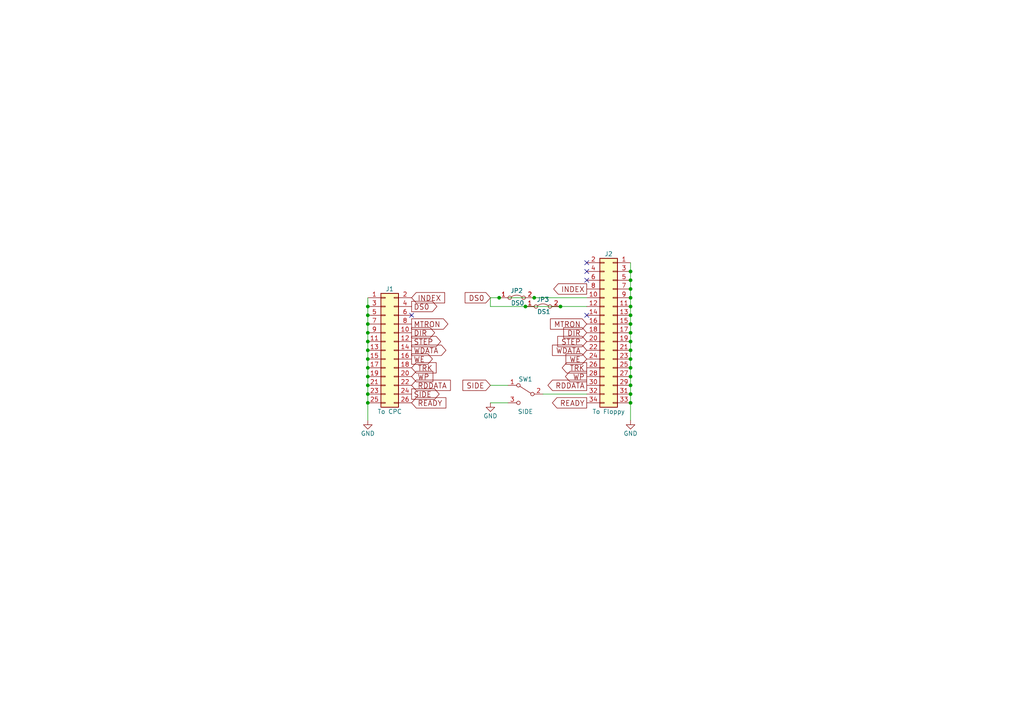
<source format=kicad_sch>
(kicad_sch (version 20211123) (generator eeschema)
  (paper "A4")
  (title_block (title "CPC2Gotek") (date "2018-04-10") (rev "0.2") (company "FLACO 2018, licence of this schematic is CC-BY-NC-SA") (comment 1 "Connect a 34 pin floppy drive to a 26 pin Amstrad CPC internal connector"))
  (lib_symbols
    (symbol "CPC2Gotek-rescue:GND" (power) (pin_names (offset 0))
      (property "Value" "GND" (at 0 -3.81 0))
      (symbol "GND_0_1"
        (polyline (pts (xy 0 0) (xy 0 -1.27) (xy 1.27 -1.27) (xy 0 -2.54) (xy -1.27 -1.27) (xy 0 -1.27)))
      )
      (symbol "GND_1_1"
        (pin power_in line (at 0 0 270) (length 0) hide (name "GND") (number "1"))
      )
    )
    (symbol "Connector_Generic:Conn_02x13_Odd_Even" (pin_names (offset 1.016) hide)
      (property "Reference" "J" (at 1.27 17.78 0))
      (property "Value" "Conn_02x13_Odd_Even" (at 1.27 -17.78 0))
      (symbol "Conn_02x13_Odd_Even_1_1"
        (rectangle (start -1.27 -15.113) (end 0 -15.367) (stroke (width 0.1524)))
        (rectangle (start -1.27 -12.573) (end 0 -12.827) (stroke (width 0.1524)))
        (rectangle (start -1.27 -10.033) (end 0 -10.287) (stroke (width 0.1524)))
        (rectangle (start -1.27 -7.493) (end 0 -7.747) (stroke (width 0.1524)))
        (rectangle (start -1.27 -4.953) (end 0 -5.207) (stroke (width 0.1524)))
        (rectangle (start -1.27 -2.413) (end 0 -2.667) (stroke (width 0.1524)))
        (rectangle (start -1.27 0.127) (end 0 -0.127) (stroke (width 0.1524)))
        (rectangle (start -1.27 2.667) (end 0 2.413) (stroke (width 0.1524)))
        (rectangle (start -1.27 5.207) (end 0 4.953) (stroke (width 0.1524)))
        (rectangle (start -1.27 7.747) (end 0 7.493) (stroke (width 0.1524)))
        (rectangle (start -1.27 10.287) (end 0 10.033) (stroke (width 0.1524)))
        (rectangle (start -1.27 12.827) (end 0 12.573) (stroke (width 0.1524)))
        (rectangle (start -1.27 15.367) (end 0 15.113) (stroke (width 0.1524)))
        (rectangle (start -1.27 16.51) (end 3.81 -16.51) (stroke (width 0.254)) (fill (type background)))
        (rectangle (start 3.81 -15.113) (end 2.54 -15.367) (stroke (width 0.1524)))
        (rectangle (start 3.81 -12.573) (end 2.54 -12.827) (stroke (width 0.1524)))
        (rectangle (start 3.81 -10.033) (end 2.54 -10.287) (stroke (width 0.1524)))
        (rectangle (start 3.81 -7.493) (end 2.54 -7.747) (stroke (width 0.1524)))
        (rectangle (start 3.81 -4.953) (end 2.54 -5.207) (stroke (width 0.1524)))
        (rectangle (start 3.81 -2.413) (end 2.54 -2.667) (stroke (width 0.1524)))
        (rectangle (start 3.81 0.127) (end 2.54 -0.127) (stroke (width 0.1524)))
        (rectangle (start 3.81 2.667) (end 2.54 2.413) (stroke (width 0.1524)))
        (rectangle (start 3.81 5.207) (end 2.54 4.953) (stroke (width 0.1524)))
        (rectangle (start 3.81 7.747) (end 2.54 7.493) (stroke (width 0.1524)))
        (rectangle (start 3.81 10.287) (end 2.54 10.033) (stroke (width 0.1524)))
        (rectangle (start 3.81 12.827) (end 2.54 12.573) (stroke (width 0.1524)))
        (rectangle (start 3.81 15.367) (end 2.54 15.113) (stroke (width 0.1524)))
        (pin passive line (at -5.08 15.24 0) (length 3.81) (name "Pin_1") (number "1"))
        (pin passive line (at 7.62 5.08 180) (length 3.81) (name "Pin_10") (number "10"))
        (pin passive line (at -5.08 2.54 0) (length 3.81) (name "Pin_11") (number "11"))
        (pin passive line (at 7.62 2.54 180) (length 3.81) (name "Pin_12") (number "12"))
        (pin passive line (at -5.08 0 0) (length 3.81) (name "Pin_13") (number "13"))
        (pin passive line (at 7.62 0 180) (length 3.81) (name "Pin_14") (number "14"))
        (pin passive line (at -5.08 -2.54 0) (length 3.81) (name "Pin_15") (number "15"))
        (pin passive line (at 7.62 -2.54 180) (length 3.81) (name "Pin_16") (number "16"))
        (pin passive line (at -5.08 -5.08 0) (length 3.81) (name "Pin_17") (number "17"))
        (pin passive line (at 7.62 -5.08 180) (length 3.81) (name "Pin_18") (number "18"))
        (pin passive line (at -5.08 -7.62 0) (length 3.81) (name "Pin_19") (number "19"))
        (pin passive line (at 7.62 15.24 180) (length 3.81) (name "Pin_2") (number "2"))
        (pin passive line (at 7.62 -7.62 180) (length 3.81) (name "Pin_20") (number "20"))
        (pin passive line (at -5.08 -10.16 0) (length 3.81) (name "Pin_21") (number "21"))
        (pin passive line (at 7.62 -10.16 180) (length 3.81) (name "Pin_22") (number "22"))
        (pin passive line (at -5.08 -12.7 0) (length 3.81) (name "Pin_23") (number "23"))
        (pin passive line (at 7.62 -12.7 180) (length 3.81) (name "Pin_24") (number "24"))
        (pin passive line (at -5.08 -15.24 0) (length 3.81) (name "Pin_25") (number "25"))
        (pin passive line (at 7.62 -15.24 180) (length 3.81) (name "Pin_26") (number "26"))
        (pin passive line (at -5.08 12.7 0) (length 3.81) (name "Pin_3") (number "3"))
        (pin passive line (at 7.62 12.7 180) (length 3.81) (name "Pin_4") (number "4"))
        (pin passive line (at -5.08 10.16 0) (length 3.81) (name "Pin_5") (number "5"))
        (pin passive line (at 7.62 10.16 180) (length 3.81) (name "Pin_6") (number "6"))
        (pin passive line (at -5.08 7.62 0) (length 3.81) (name "Pin_7") (number "7"))
        (pin passive line (at 7.62 7.62 180) (length 3.81) (name "Pin_8") (number "8"))
        (pin passive line (at -5.08 5.08 0) (length 3.81) (name "Pin_9") (number "9"))
      )
    )
    (symbol "Connector_Generic:Conn_02x17_Odd_Even" (pin_names (offset 1.016) hide)
      (property "Reference" "J" (at 1.27 22.86 0))
      (property "Value" "Conn_02x17_Odd_Even" (at 1.27 -22.86 0))
      (symbol "Conn_02x17_Odd_Even_1_1"
        (rectangle (start -1.27 -20.193) (end 0 -20.447) (stroke (width 0.1524)))
        (rectangle (start -1.27 -17.653) (end 0 -17.907) (stroke (width 0.1524)))
        (rectangle (start -1.27 -15.113) (end 0 -15.367) (stroke (width 0.1524)))
        (rectangle (start -1.27 -12.573) (end 0 -12.827) (stroke (width 0.1524)))
        (rectangle (start -1.27 -10.033) (end 0 -10.287) (stroke (width 0.1524)))
        (rectangle (start -1.27 -7.493) (end 0 -7.747) (stroke (width 0.1524)))
        (rectangle (start -1.27 -4.953) (end 0 -5.207) (stroke (width 0.1524)))
        (rectangle (start -1.27 -2.413) (end 0 -2.667) (stroke (width 0.1524)))
        (rectangle (start -1.27 0.127) (end 0 -0.127) (stroke (width 0.1524)))
        (rectangle (start -1.27 2.667) (end 0 2.413) (stroke (width 0.1524)))
        (rectangle (start -1.27 5.207) (end 0 4.953) (stroke (width 0.1524)))
        (rectangle (start -1.27 7.747) (end 0 7.493) (stroke (width 0.1524)))
        (rectangle (start -1.27 10.287) (end 0 10.033) (stroke (width 0.1524)))
        (rectangle (start -1.27 12.827) (end 0 12.573) (stroke (width 0.1524)))
        (rectangle (start -1.27 15.367) (end 0 15.113) (stroke (width 0.1524)))
        (rectangle (start -1.27 17.907) (end 0 17.653) (stroke (width 0.1524)))
        (rectangle (start -1.27 20.447) (end 0 20.193) (stroke (width 0.1524)))
        (rectangle (start -1.27 21.59) (end 3.81 -21.59) (stroke (width 0.254)) (fill (type background)))
        (rectangle (start 3.81 -20.193) (end 2.54 -20.447) (stroke (width 0.1524)))
        (rectangle (start 3.81 -17.653) (end 2.54 -17.907) (stroke (width 0.1524)))
        (rectangle (start 3.81 -15.113) (end 2.54 -15.367) (stroke (width 0.1524)))
        (rectangle (start 3.81 -12.573) (end 2.54 -12.827) (stroke (width 0.1524)))
        (rectangle (start 3.81 -10.033) (end 2.54 -10.287) (stroke (width 0.1524)))
        (rectangle (start 3.81 -7.493) (end 2.54 -7.747) (stroke (width 0.1524)))
        (rectangle (start 3.81 -4.953) (end 2.54 -5.207) (stroke (width 0.1524)))
        (rectangle (start 3.81 -2.413) (end 2.54 -2.667) (stroke (width 0.1524)))
        (rectangle (start 3.81 0.127) (end 2.54 -0.127) (stroke (width 0.1524)))
        (rectangle (start 3.81 2.667) (end 2.54 2.413) (stroke (width 0.1524)))
        (rectangle (start 3.81 5.207) (end 2.54 4.953) (stroke (width 0.1524)))
        (rectangle (start 3.81 7.747) (end 2.54 7.493) (stroke (width 0.1524)))
        (rectangle (start 3.81 10.287) (end 2.54 10.033) (stroke (width 0.1524)))
        (rectangle (start 3.81 12.827) (end 2.54 12.573) (stroke (width 0.1524)))
        (rectangle (start 3.81 15.367) (end 2.54 15.113) (stroke (width 0.1524)))
        (rectangle (start 3.81 17.907) (end 2.54 17.653) (stroke (width 0.1524)))
        (rectangle (start 3.81 20.447) (end 2.54 20.193) (stroke (width 0.1524)))
        (pin passive line (at -5.08 20.32 0) (length 3.81) (name "Pin_1") (number "1"))
        (pin passive line (at 7.62 10.16 180) (length 3.81) (name "Pin_10") (number "10"))
        (pin passive line (at -5.08 7.62 0) (length 3.81) (name "Pin_11") (number "11"))
        (pin passive line (at 7.62 7.62 180) (length 3.81) (name "Pin_12") (number "12"))
        (pin passive line (at -5.08 5.08 0) (length 3.81) (name "Pin_13") (number "13"))
        (pin passive line (at 7.62 5.08 180) (length 3.81) (name "Pin_14") (number "14"))
        (pin passive line (at -5.08 2.54 0) (length 3.81) (name "Pin_15") (number "15"))
        (pin passive line (at 7.62 2.54 180) (length 3.81) (name "Pin_16") (number "16"))
        (pin passive line (at -5.08 0 0) (length 3.81) (name "Pin_17") (number "17"))
        (pin passive line (at 7.62 0 180) (length 3.81) (name "Pin_18") (number "18"))
        (pin passive line (at -5.08 -2.54 0) (length 3.81) (name "Pin_19") (number "19"))
        (pin passive line (at 7.62 20.32 180) (length 3.81) (name "Pin_2") (number "2"))
        (pin passive line (at 7.62 -2.54 180) (length 3.81) (name "Pin_20") (number "20"))
        (pin passive line (at -5.08 -5.08 0) (length 3.81) (name "Pin_21") (number "21"))
        (pin passive line (at 7.62 -5.08 180) (length 3.81) (name "Pin_22") (number "22"))
        (pin passive line (at -5.08 -7.62 0) (length 3.81) (name "Pin_23") (number "23"))
        (pin passive line (at 7.62 -7.62 180) (length 3.81) (name "Pin_24") (number "24"))
        (pin passive line (at -5.08 -10.16 0) (length 3.81) (name "Pin_25") (number "25"))
        (pin passive line (at 7.62 -10.16 180) (length 3.81) (name "Pin_26") (number "26"))
        (pin passive line (at -5.08 -12.7 0) (length 3.81) (name "Pin_27") (number "27"))
        (pin passive line (at 7.62 -12.7 180) (length 3.81) (name "Pin_28") (number "28"))
        (pin passive line (at -5.08 -15.24 0) (length 3.81) (name "Pin_29") (number "29"))
        (pin passive line (at -5.08 17.78 0) (length 3.81) (name "Pin_3") (number "3"))
        (pin passive line (at 7.62 -15.24 180) (length 3.81) (name "Pin_30") (number "30"))
        (pin passive line (at -5.08 -17.78 0) (length 3.81) (name "Pin_31") (number "31"))
        (pin passive line (at 7.62 -17.78 180) (length 3.81) (name "Pin_32") (number "32"))
        (pin passive line (at -5.08 -20.32 0) (length 3.81) (name "Pin_33") (number "33"))
        (pin passive line (at 7.62 -20.32 180) (length 3.81) (name "Pin_34") (number "34"))
        (pin passive line (at 7.62 17.78 180) (length 3.81) (name "Pin_4") (number "4"))
        (pin passive line (at -5.08 15.24 0) (length 3.81) (name "Pin_5") (number "5"))
        (pin passive line (at 7.62 15.24 180) (length 3.81) (name "Pin_6") (number "6"))
        (pin passive line (at -5.08 12.7 0) (length 3.81) (name "Pin_7") (number "7"))
        (pin passive line (at 7.62 12.7 180) (length 3.81) (name "Pin_8") (number "8"))
        (pin passive line (at -5.08 10.16 0) (length 3.81) (name "Pin_9") (number "9"))
      )
    )
    (symbol "Jumper:Jumper_2_Bridged" (pin_names (offset 0) hide)
      (property "Reference" "JP" (at 0 1.905 0))
      (property "Value" "Jumper_2_Bridged" (at 0 -2.54 0))
      (symbol "Jumper_2_Bridged_0_0"
        (circle (center -2.032 0) (radius 0.508))
        (circle (center 2.032 0) (radius 0.508))
      )
      (symbol "Jumper_2_Bridged_0_1"
        (arc (start 1.524 0.254) (mid 0 0.762) (end -1.524 0.254))
      )
      (symbol "Jumper_2_Bridged_1_1"
        (pin passive line (at -5.08 0 0) (length 2.54) (name "A") (number "1"))
        (pin passive line (at 5.08 0 180) (length 2.54) (name "B") (number "2"))
      )
    )
    (symbol "Switch:SW_SPDT" (pin_names (offset 0) hide)
      (property "Reference" "SW" (at 0 4.318 0))
      (property "Value" "SW_SPDT" (at 0 -5.08 0))
      (symbol "SW_SPDT_0_0"
        (circle (center -2.032 0) (radius 0.508))
        (circle (center 2.032 -2.54) (radius 0.508))
      )
      (symbol "SW_SPDT_0_1"
        (polyline (pts (xy -1.524 0.254) (xy 1.651 2.286)))
        (circle (center 2.032 2.54) (radius 0.508))
      )
      (symbol "SW_SPDT_1_1"
        (pin passive line (at 5.08 2.54 180) (length 2.54) (name "A") (number "1"))
        (pin passive line (at -5.08 0 0) (length 2.54) (name "B") (number "2"))
        (pin passive line (at 5.08 -2.54 180) (length 2.54) (name "C") (number "3"))
      )
    )
  )
  (junction (at 182.88 91.44))
  (junction (at 182.88 109.22))
  (junction (at 106.68 99.06))
  (junction (at 106.68 111.76))
  (junction (at 182.88 78.74))
  (junction (at 106.68 106.68))
  (junction (at 182.88 86.36))
  (junction (at 182.88 81.28))
  (junction (at 106.68 104.14))
  (junction (at 154.94 86.36))
  (junction (at 182.88 104.14))
  (junction (at 106.68 114.3))
  (junction (at 182.88 99.06))
  (junction (at 182.88 93.98))
  (junction (at 144.78 86.36))
  (junction (at 152.4 88.9))
  (junction (at 162.56 88.9))
  (junction (at 182.88 106.68))
  (junction (at 106.68 88.9))
  (junction (at 182.88 83.82))
  (junction (at 106.68 93.98))
  (junction (at 106.68 91.44))
  (junction (at 182.88 88.9))
  (junction (at 106.68 109.22))
  (junction (at 182.88 114.3))
  (junction (at 182.88 101.6))
  (junction (at 182.88 96.52))
  (junction (at 182.88 116.84))
  (junction (at 106.68 96.52))
  (junction (at 182.88 111.76))
  (junction (at 106.68 101.6))
  (junction (at 106.68 116.84))
  (no_connect (at 170.18 78.74))
  (no_connect (at 119.38 91.44))
  (no_connect (at 170.18 91.44))
  (no_connect (at 170.18 81.28))
  (no_connect (at 170.18 76.2))
  (wire (pts (xy 106.68 116.84) (xy 106.68 121.92)))
  (wire (pts (xy 106.68 101.6) (xy 106.68 104.14)))
  (wire (pts (xy 182.88 93.98) (xy 182.88 96.52)))
  (wire (pts (xy 106.68 111.76) (xy 106.68 114.3)))
  (wire (pts (xy 106.68 114.3) (xy 106.68 116.84)))
  (wire (pts (xy 182.88 86.36) (xy 182.88 88.9)))
  (wire (pts (xy 182.88 76.2) (xy 182.88 78.74)))
  (wire (pts (xy 106.68 86.36) (xy 106.68 88.9)))
  (wire (pts (xy 182.88 99.06) (xy 182.88 101.6)))
  (wire (pts (xy 106.68 96.52) (xy 106.68 99.06)))
  (wire (pts (xy 106.68 104.14) (xy 106.68 106.68)))
  (wire (pts (xy 144.78 86.36) (xy 154.94 86.36)))
  (wire (pts (xy 182.88 106.68) (xy 182.88 109.22)))
  (wire (pts (xy 106.68 93.98) (xy 106.68 96.52)))
  (wire (pts (xy 162.56 88.9) (xy 170.18 88.9)))
  (wire (pts (xy 182.88 91.44) (xy 182.88 93.98)))
  (wire (pts (xy 182.88 114.3) (xy 182.88 116.84)))
  (wire (pts (xy 182.88 81.28) (xy 182.88 83.82)))
  (wire (pts (xy 106.68 106.68) (xy 106.68 109.22)))
  (wire (pts (xy 147.32 116.84) (xy 142.24 116.84)))
  (wire (pts (xy 182.88 101.6) (xy 182.88 104.14)))
  (wire (pts (xy 182.88 96.52) (xy 182.88 99.06)))
  (wire (pts (xy 182.88 88.9) (xy 182.88 91.44)))
  (wire (pts (xy 106.68 99.06) (xy 106.68 101.6)))
  (wire (pts (xy 147.32 111.76) (xy 142.24 111.76)))
  (wire (pts (xy 142.24 88.9) (xy 152.4 88.9)))
  (wire (pts (xy 106.68 88.9) (xy 106.68 91.44)))
  (wire (pts (xy 142.24 88.9) (xy 142.24 86.36)))
  (wire (pts (xy 152.4 88.9) (xy 162.56 88.9)))
  (wire (pts (xy 154.94 86.36) (xy 170.18 86.36)))
  (wire (pts (xy 106.68 109.22) (xy 106.68 111.76)))
  (wire (pts (xy 142.24 86.36) (xy 144.78 86.36)))
  (wire (pts (xy 182.88 116.84) (xy 182.88 121.92)))
  (wire (pts (xy 182.88 83.82) (xy 182.88 86.36)))
  (wire (pts (xy 182.88 104.14) (xy 182.88 106.68)))
  (wire (pts (xy 182.88 109.22) (xy 182.88 111.76)))
  (wire (pts (xy 182.88 111.76) (xy 182.88 114.3)))
  (wire (pts (xy 182.88 78.74) (xy 182.88 81.28)))
  (wire (pts (xy 157.48 114.3) (xy 170.18 114.3)))
  (wire (pts (xy 106.68 91.44) (xy 106.68 93.98)))
  (global_label "DS0" (shape output) (at 119.38 88.9 0) (effects (font (size 1.524 1.524))) (property "Références Inter-Feuilles" "${INTERSHEET_REFS}" (effects hide)))
  (global_label "STEP" (shape output) (at 119.38 99.06 0) (effects (font (size 1.524 1.524))) (property "Références Inter-Feuilles" "${INTERSHEET_REFS}" (effects hide)))
  (global_label "RDDATA" (shape output) (at 170.18 111.76 180) (effects (font (size 1.524 1.524))) (property "Références Inter-Feuilles" "${INTERSHEET_REFS}" (effects hide)))
  (global_label "INDEX" (shape output) (at 170.18 83.82 180) (effects (font (size 1.524 1.524))) (property "Références Inter-Feuilles" "${INTERSHEET_REFS}" (effects hide)))
  (global_label "RDDATA" (shape input) (at 119.38 111.76 0) (effects (font (size 1.524 1.524))) (property "Références Inter-Feuilles" "${INTERSHEET_REFS}" (effects hide)))
  (global_label "WE" (shape input) (at 170.18 104.14 180) (effects (font (size 1.524 1.524))) (property "Références Inter-Feuilles" "${INTERSHEET_REFS}" (effects hide)))
  (global_label "INDEX" (shape input) (at 119.38 86.36 0) (effects (font (size 1.524 1.524))) (property "Références Inter-Feuilles" "${INTERSHEET_REFS}" (effects hide)))
  (global_label "WP" (shape output) (at 170.18 109.22 180) (effects (font (size 1.524 1.524))) (property "Références Inter-Feuilles" "${INTERSHEET_REFS}" (effects hide)))
  (global_label "WP" (shape input) (at 119.38 109.22 0) (effects (font (size 1.524 1.524))) (property "Références Inter-Feuilles" "${INTERSHEET_REFS}" (effects hide)))
  (global_label "STEP" (shape input) (at 170.18 99.06 180) (effects (font (size 1.524 1.524))) (property "Références Inter-Feuilles" "${INTERSHEET_REFS}" (effects hide)))
  (global_label "TRK" (shape output) (at 170.18 106.68 180) (effects (font (size 1.524 1.524))) (property "Références Inter-Feuilles" "${INTERSHEET_REFS}" (effects hide)))
  (global_label "READY" (shape output) (at 170.18 116.84 180) (effects (font (size 1.524 1.524))) (property "Références Inter-Feuilles" "${INTERSHEET_REFS}" (effects hide)))
  (global_label "WE" (shape output) (at 119.38 104.14 0) (effects (font (size 1.524 1.524))) (property "Références Inter-Feuilles" "${INTERSHEET_REFS}" (effects hide)))
  (global_label "TRK" (shape input) (at 119.38 106.68 0) (effects (font (size 1.524 1.524))) (property "Références Inter-Feuilles" "${INTERSHEET_REFS}" (effects hide)))
  (global_label "DIR" (shape output) (at 119.38 96.52 0) (effects (font (size 1.524 1.524))) (property "Références Inter-Feuilles" "${INTERSHEET_REFS}" (effects hide)))
  (global_label "WDATA" (shape output) (at 119.38 101.6 0) (effects (font (size 1.524 1.524))) (property "Références Inter-Feuilles" "${INTERSHEET_REFS}" (effects hide)))
  (global_label "WDATA" (shape input) (at 170.18 101.6 180) (effects (font (size 1.524 1.524))) (property "Références Inter-Feuilles" "${INTERSHEET_REFS}" (effects hide)))
  (global_label "MTRON" (shape output) (at 119.38 93.98 0) (effects (font (size 1.524 1.524))) (property "Références Inter-Feuilles" "${INTERSHEET_REFS}" (effects hide)))
  (global_label "SIDE" (shape input) (at 142.24 111.76 180) (effects (font (size 1.524 1.524))) (property "Références Inter-Feuilles" "${INTERSHEET_REFS}" (effects hide)))
  (global_label "DS0" (shape input) (at 142.24 86.36 180) (effects (font (size 1.524 1.524))) (property "Références Inter-Feuilles" "${INTERSHEET_REFS}" (effects hide)))
  (global_label "SIDE" (shape output) (at 119.38 114.3 0) (effects (font (size 1.524 1.524))) (property "Références Inter-Feuilles" "${INTERSHEET_REFS}" (effects hide)))
  (global_label "DIR" (shape input) (at 170.18 96.52 180) (effects (font (size 1.524 1.524))) (property "Références Inter-Feuilles" "${INTERSHEET_REFS}" (effects hide)))
  (global_label "MTRON" (shape input) (at 170.18 93.98 180) (effects (font (size 1.524 1.524))) (property "Références Inter-Feuilles" "${INTERSHEET_REFS}" (effects hide)))
  (global_label "READY" (shape input) (at 119.38 116.84 0) (effects (font (size 1.524 1.524))) (property "Références Inter-Feuilles" "${INTERSHEET_REFS}" (effects hide)))
  (symbol (lib_id "Connector_Generic:Conn_02x17_Odd_Even") (at 177.8 96.52 0) (mirror y) (unit 1)
    (property "Reference" "J2" (at 176.53 73.66 0))
    (property "Value" "To Floppy" (at 176.53 119.38 0))
    (property "Footprint" "Sassa:Pin_Header_2x17_Female_EdgeMount_Pitch2.54mm" (effects hide))
  )
  (symbol (lib_id "Connector_Generic:Conn_02x13_Odd_Even") (at 111.76 101.6 0) (unit 1)
    (property "Reference" "J1" (at 113.03 83.82 0))
    (property "Value" "To CPC" (at 113.03 119.38 0))
    (property "Footprint" "Sassa:Pin_Header_2x13_Male_EdgeMount_Pitch2.54mm" (effects hide))
  )
  (symbol (lib_id "CPC2Gotek-rescue:GND") (at 106.68 121.92 0) (unit 1)
    (property "Reference" "#PWR01" (effects hide))
    (property "Value" "GND" (at 106.68 125.73 0))
  )
  (symbol (lib_id "CPC2Gotek-rescue:GND") (at 182.88 121.92 0) (unit 1)
    (property "Reference" "#PWR02" (effects hide))
    (property "Value" "GND" (at 182.88 125.73 0))
  )
  (symbol (lib_id "Jumper:Jumper_2_Bridged") (at 149.86 86.36 0) (unit 1)
    (property "Reference" "JP2" (at 149.86 84.328 0))
    (property "Value" "DS0" (at 150.114 87.884 0))
    (property "Footprint" "Sassa:SOLDER-JUMPER_1-WAY-CLOSED" (effects hide))
  )
  (symbol (lib_id "Jumper:Jumper_2_Bridged") (at 157.48 88.9 0) (unit 1)
    (property "Reference" "JP3" (at 157.48 86.868 0))
    (property "Value" "DS1" (at 157.734 90.424 0))
    (property "Footprint" "Sassa:SOLDER-JUMPER_1-WAY-CLOSED" (effects hide))
  )
  (symbol (lib_id "CPC2Gotek-rescue:GND") (at 142.24 116.84 0) (unit 1)
    (property "Reference" "#PWR03" (effects hide))
    (property "Value" "GND" (at 142.24 120.65 0))
  )
  (symbol (lib_id "Switch:SW_SPDT") (at 152.4 114.3 0) (mirror y) (unit 1)
    (property "Reference" "SW1" (at 152.4 109.982 0))
    (property "Value" "SIDE" (at 152.4 119.38 0))
    (property "Footprint" "Connector_PinSocket_2.54mm:PinSocket_1x03_P2.54mm_Vertical" (effects hide))
  )
)
</source>
